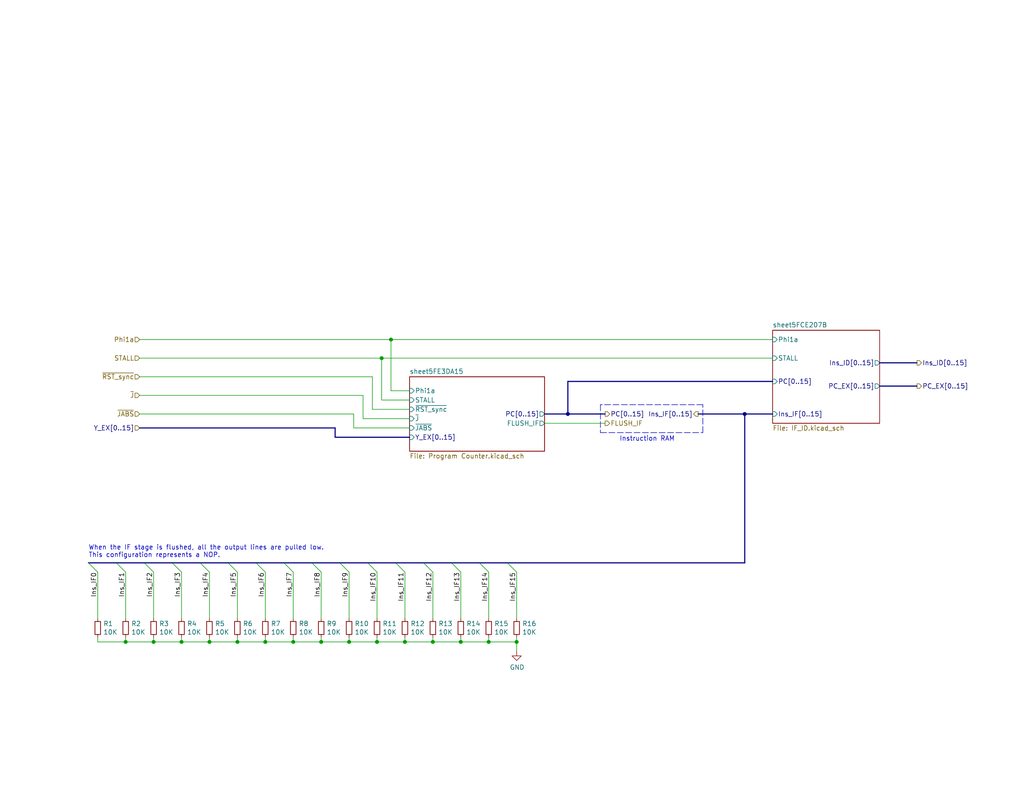
<source format=kicad_sch>
(kicad_sch (version 20250114) (generator "eeschema") (generator_version "9.0")
  (paper "USLetter")
  (title_block (title "IF") (date "2022-04-14") (rev "A"))
  (lib_symbols
    (symbol "Device:R_Small" (pin_numbers (hide yes)) (pin_names (offset 0.254) (hide yes))
      (property "Reference" "R" (at 0.762 0.508 0))
      (property "Value" "R_Small" (at 0.762 -1.016 0))
      (symbol "R_Small_0_1"
        (rectangle (start -0.762 1.778) (end 0.762 -1.778) (stroke (width 0.2032)))
      )
      (symbol "R_Small_1_1"
        (pin passive line (at 0 2.54 270) (length 0.762) (name "~") (number "1"))
        (pin passive line (at 0 -2.54 90) (length 0.762) (name "~") (number "2"))
      )
    )
    (symbol "power:GND" (power) (pin_names (offset 0))
      (property "Value" "GND" (at 0 -3.81 0))
      (symbol "GND_0_1"
        (polyline (pts (xy 0 0) (xy 0 -1.27) (xy 1.27 -1.27) (xy 0 -2.54) (xy -1.27 -1.27) (xy 0 -1.27)))
      )
      (symbol "GND_1_1"
        (pin power_in line (at 0 0 270) (length 0) (hide yes) (name "GND") (number "1"))
      )
    )
  )
  (text "Instruction RAM" (at 184.15 120.65 0) (effects (font (size 1.27 1.27)) (justify right bottom)))
  (text "When the IF stage is flushed, all the output lines are pulled low.\nThis configuration represents a NOP." (at 24.13 152.4 0) (effects (font (size 1.27 1.27)) (justify left bottom)))
  (junction (at 64.77 175.26))
  (junction (at 80.01 175.26))
  (junction (at 87.63 175.26))
  (junction (at 203.2 113.03))
  (junction (at 102.87 175.26))
  (junction (at 57.15 175.26))
  (junction (at 104.14 97.79))
  (junction (at 125.73 175.26))
  (junction (at 72.39 175.26))
  (junction (at 106.68 92.71))
  (junction (at 154.94 113.03))
  (junction (at 34.29 175.26))
  (junction (at 133.35 175.26))
  (junction (at 110.49 175.26))
  (junction (at 49.53 175.26))
  (junction (at 95.25 175.26))
  (junction (at 140.97 175.26))
  (junction (at 118.11 175.26))
  (junction (at 41.91 175.26))
  (bus_entry (at 57.15 156.21) (size -2.54 -2.54))
  (bus_entry (at 87.63 156.21) (size -2.54 -2.54))
  (bus_entry (at 140.97 156.21) (size -2.54 -2.54))
  (bus_entry (at 102.87 156.21) (size -2.54 -2.54))
  (bus_entry (at 95.25 156.21) (size -2.54 -2.54))
  (bus_entry (at 41.91 156.21) (size -2.54 -2.54))
  (bus_entry (at 80.01 156.21) (size -2.54 -2.54))
  (bus_entry (at 118.11 156.21) (size -2.54 -2.54))
  (bus_entry (at 64.77 156.21) (size -2.54 -2.54))
  (bus_entry (at 133.35 156.21) (size -2.54 -2.54))
  (bus_entry (at 125.73 156.21) (size -2.54 -2.54))
  (bus_entry (at 34.29 156.21) (size -2.54 -2.54))
  (bus_entry (at 26.67 156.21) (size -2.54 -2.54))
  (bus_entry (at 49.53 156.21) (size -2.54 -2.54))
  (bus_entry (at 110.49 156.21) (size -2.54 -2.54))
  (bus_entry (at 72.39 156.21) (size -2.54 -2.54))
  (bus (pts (xy 148.59 113.03) (xy 154.94 113.03)))
  (bus (pts (xy 107.95 153.67) (xy 115.57 153.67)))
  (wire (pts (xy 41.91 175.26) (xy 41.91 173.99)))
  (bus (pts (xy 115.57 153.67) (xy 123.19 153.67)))
  (wire (pts (xy 26.67 156.21) (xy 26.67 168.91)))
  (wire (pts (xy 106.68 92.71) (xy 210.82 92.71)))
  (wire (pts (xy 118.11 156.21) (xy 118.11 168.91)))
  (wire (pts (xy 140.97 175.26) (xy 133.35 175.26)))
  (wire (pts (xy 125.73 175.26) (xy 125.73 173.99)))
  (bus (pts (xy 92.71 153.67) (xy 100.33 153.67)))
  (polyline (pts (xy 191.77 110.49) (xy 163.83 110.49)) (stroke (width 0) (type dash)))
  (bus (pts (xy 154.94 104.14) (xy 210.82 104.14)))
  (bus (pts (xy 62.23 153.67) (xy 69.85 153.67)))
  (bus (pts (xy 77.47 153.67) (xy 85.09 153.67)))
  (wire (pts (xy 38.1 107.95) (xy 99.06 107.95)))
  (wire (pts (xy 87.63 156.21) (xy 87.63 168.91)))
  (bus (pts (xy 85.09 153.67) (xy 92.71 153.67)))
  (wire (pts (xy 49.53 175.26) (xy 49.53 173.99)))
  (wire (pts (xy 133.35 175.26) (xy 133.35 173.99)))
  (polyline (pts (xy 163.83 118.11) (xy 191.77 118.11)) (stroke (width 0) (type dash)))
  (wire (pts (xy 102.87 175.26) (xy 102.87 173.99)))
  (bus (pts (xy 250.19 105.41) (xy 240.03 105.41)))
  (bus (pts (xy 111.76 119.38) (xy 91.44 119.38)))
  (wire (pts (xy 101.6 111.76) (xy 101.6 102.87)))
  (wire (pts (xy 102.87 175.26) (xy 95.25 175.26)))
  (wire (pts (xy 148.59 115.57) (xy 165.1 115.57)))
  (wire (pts (xy 95.25 156.21) (xy 95.25 168.91)))
  (wire (pts (xy 26.67 175.26) (xy 26.67 173.99)))
  (wire (pts (xy 95.25 175.26) (xy 87.63 175.26)))
  (wire (pts (xy 110.49 156.21) (xy 110.49 168.91)))
  (wire (pts (xy 72.39 156.21) (xy 72.39 168.91)))
  (wire (pts (xy 38.1 97.79) (xy 104.14 97.79)))
  (wire (pts (xy 87.63 175.26) (xy 87.63 173.99)))
  (wire (pts (xy 210.82 97.79) (xy 104.14 97.79)))
  (wire (pts (xy 57.15 175.26) (xy 49.53 175.26)))
  (wire (pts (xy 38.1 102.87) (xy 101.6 102.87)))
  (wire (pts (xy 41.91 175.26) (xy 34.29 175.26)))
  (bus (pts (xy 123.19 153.67) (xy 130.81 153.67)))
  (bus (pts (xy 138.43 153.67) (xy 203.2 153.67)))
  (wire (pts (xy 133.35 175.26) (xy 125.73 175.26)))
  (wire (pts (xy 64.77 175.26) (xy 64.77 173.99)))
  (wire (pts (xy 118.11 175.26) (xy 118.11 173.99)))
  (wire (pts (xy 80.01 175.26) (xy 72.39 175.26)))
  (wire (pts (xy 64.77 175.26) (xy 57.15 175.26)))
  (wire (pts (xy 95.25 175.26) (xy 95.25 173.99)))
  (bus (pts (xy 203.2 113.03) (xy 210.82 113.03)))
  (wire (pts (xy 110.49 175.26) (xy 110.49 173.99)))
  (wire (pts (xy 111.76 114.3) (xy 99.06 114.3)))
  (polyline (pts (xy 163.83 110.49) (xy 163.83 118.11)) (stroke (width 0) (type dash)))
  (wire (pts (xy 57.15 156.21) (xy 57.15 168.91)))
  (bus (pts (xy 190.5 113.03) (xy 203.2 113.03)))
  (wire (pts (xy 38.1 113.03) (xy 96.52 113.03)))
  (wire (pts (xy 34.29 175.26) (xy 34.29 173.99)))
  (wire (pts (xy 80.01 175.26) (xy 80.01 173.99)))
  (wire (pts (xy 111.76 109.22) (xy 104.14 109.22)))
  (wire (pts (xy 110.49 175.26) (xy 102.87 175.26)))
  (bus (pts (xy 91.44 116.84) (xy 38.1 116.84)))
  (bus (pts (xy 46.99 153.67) (xy 54.61 153.67)))
  (wire (pts (xy 34.29 156.21) (xy 34.29 168.91)))
  (wire (pts (xy 49.53 175.26) (xy 41.91 175.26)))
  (wire (pts (xy 111.76 116.84) (xy 96.52 116.84)))
  (wire (pts (xy 64.77 156.21) (xy 64.77 168.91)))
  (polyline (pts (xy 191.77 118.11) (xy 191.77 110.49)) (stroke (width 0) (type dash)))
  (wire (pts (xy 96.52 116.84) (xy 96.52 113.03)))
  (wire (pts (xy 140.97 156.21) (xy 140.97 168.91)))
  (wire (pts (xy 140.97 175.26) (xy 140.97 173.99)))
  (wire (pts (xy 80.01 156.21) (xy 80.01 168.91)))
  (wire (pts (xy 111.76 111.76) (xy 101.6 111.76)))
  (wire (pts (xy 72.39 175.26) (xy 72.39 173.99)))
  (wire (pts (xy 111.76 106.68) (xy 106.68 106.68)))
  (wire (pts (xy 72.39 175.26) (xy 64.77 175.26)))
  (bus (pts (xy 54.61 153.67) (xy 62.23 153.67)))
  (wire (pts (xy 38.1 92.71) (xy 106.68 92.71)))
  (bus (pts (xy 203.2 153.67) (xy 203.2 113.03)))
  (wire (pts (xy 125.73 175.26) (xy 118.11 175.26)))
  (bus (pts (xy 240.03 99.06) (xy 250.19 99.06)))
  (wire (pts (xy 102.87 156.21) (xy 102.87 168.91)))
  (wire (pts (xy 87.63 175.26) (xy 80.01 175.26)))
  (bus (pts (xy 91.44 119.38) (xy 91.44 116.84)))
  (bus (pts (xy 69.85 153.67) (xy 77.47 153.67)))
  (wire (pts (xy 57.15 175.26) (xy 57.15 173.99)))
  (bus (pts (xy 130.81 153.67) (xy 138.43 153.67)))
  (wire (pts (xy 125.73 156.21) (xy 125.73 168.91)))
  (wire (pts (xy 99.06 114.3) (xy 99.06 107.95)))
  (wire (pts (xy 133.35 156.21) (xy 133.35 168.91)))
  (wire (pts (xy 41.91 156.21) (xy 41.91 168.91)))
  (bus (pts (xy 100.33 153.67) (xy 107.95 153.67)))
  (bus (pts (xy 24.13 153.67) (xy 31.75 153.67)))
  (bus (pts (xy 165.1 113.03) (xy 154.94 113.03)))
  (wire (pts (xy 140.97 177.8) (xy 140.97 175.26)))
  (bus (pts (xy 39.37 153.67) (xy 46.99 153.67)))
  (wire (pts (xy 34.29 175.26) (xy 26.67 175.26)))
  (bus (pts (xy 31.75 153.67) (xy 39.37 153.67)))
  (wire (pts (xy 49.53 156.21) (xy 49.53 168.91)))
  (wire (pts (xy 104.14 97.79) (xy 104.14 109.22)))
  (bus (pts (xy 154.94 113.03) (xy 154.94 104.14)))
  (wire (pts (xy 118.11 175.26) (xy 110.49 175.26)))
  (wire (pts (xy 106.68 92.71) (xy 106.68 106.68)))
  (label "Ins_IF11" (at 110.49 156.21 270))
  (label "Ins_IF13" (at 125.73 156.21 270))
  (label "Ins_IF6" (at 72.39 156.21 270))
  (label "Ins_IF12" (at 118.11 156.21 270))
  (label "Ins_IF14" (at 133.35 156.21 270))
  (label "Ins_IF1" (at 34.29 156.21 270))
  (label "Ins_IF10" (at 102.87 156.21 270))
  (label "Ins_IF5" (at 64.77 156.21 270))
  (label "Ins_IF0" (at 26.67 156.21 270))
  (label "Ins_IF8" (at 87.63 156.21 270))
  (label "Ins_IF9" (at 95.25 156.21 270))
  (label "Ins_IF7" (at 80.01 156.21 270))
  (label "Ins_IF3" (at 49.53 156.21 270))
  (label "Ins_IF15" (at 140.97 156.21 270))
  (label "Ins_IF2" (at 41.91 156.21 270))
  (label "Ins_IF4" (at 57.15 156.21 270))
  (hierarchical_label "Phi1a" (shape input) (at 38.1 92.71 180))
  (hierarchical_label "~{RST_sync}" (shape input) (at 38.1 102.87 180))
  (hierarchical_label "~{J}" (shape input) (at 38.1 107.95 180))
  (hierarchical_label "Ins_IF[0..15]" (shape output) (at 190.5 113.03 180))
  (hierarchical_label "PC[0..15]" (shape output) (at 165.1 113.03 0))
  (hierarchical_label "STALL" (shape input) (at 38.1 97.79 180))
  (hierarchical_label "PC_EX[0..15]" (shape output) (at 250.19 105.41 0))
  (hierarchical_label "Y_EX[0..15]" (shape input) (at 38.1 116.84 180))
  (hierarchical_label "~{JABS}" (shape input) (at 38.1 113.03 180))
  (hierarchical_label "Ins_ID[0..15]" (shape output) (at 250.19 99.06 0))
  (hierarchical_label "FLUSH_IF" (shape output) (at 165.1 115.57 0))
  (symbol (lib_id "Device:R_Small") (at 133.35 171.45 0) (unit 1)
    (property "Reference" "R15" (at 134.8486 170.2816 0) (effects (justify left)))
    (property "Value" "10K" (at 134.8486 172.593 0) (effects (justify left)))
    (property "Footprint" "Resistor_SMD:R_0603_1608Metric_Pad0.98x0.95mm_HandSolder" (effects (hide yes)))
    (property "Mouser" "https://www.mouser.com/ProductDetail/652-CR0603FX-1002ELF" (effects (hide yes)))
  )
  (symbol (lib_id "Device:R_Small") (at 64.77 171.45 0) (unit 1)
    (property "Reference" "R6" (at 66.2686 170.2816 0) (effects (justify left)))
    (property "Value" "10K" (at 66.2686 172.593 0) (effects (justify left)))
    (property "Footprint" "Resistor_SMD:R_0603_1608Metric_Pad0.98x0.95mm_HandSolder" (effects (hide yes)))
    (property "Mouser" "https://www.mouser.com/ProductDetail/652-CR0603FX-1002ELF" (effects (hide yes)))
  )
  (symbol (lib_id "Device:R_Small") (at 110.49 171.45 0) (unit 1)
    (property "Reference" "R12" (at 111.9886 170.2816 0) (effects (justify left)))
    (property "Value" "10K" (at 111.9886 172.593 0) (effects (justify left)))
    (property "Footprint" "Resistor_SMD:R_0603_1608Metric_Pad0.98x0.95mm_HandSolder" (effects (hide yes)))
    (property "Mouser" "https://www.mouser.com/ProductDetail/652-CR0603FX-1002ELF" (effects (hide yes)))
  )
  (symbol (lib_id "Device:R_Small") (at 95.25 171.45 0) (unit 1)
    (property "Reference" "R10" (at 96.7486 170.2816 0) (effects (justify left)))
    (property "Value" "10K" (at 96.7486 172.593 0) (effects (justify left)))
    (property "Footprint" "Resistor_SMD:R_0603_1608Metric_Pad0.98x0.95mm_HandSolder" (effects (hide yes)))
    (property "Mouser" "https://www.mouser.com/ProductDetail/652-CR0603FX-1002ELF" (effects (hide yes)))
  )
  (symbol (lib_id "Device:R_Small") (at 118.11 171.45 0) (unit 1)
    (property "Reference" "R13" (at 119.6086 170.2816 0) (effects (justify left)))
    (property "Value" "10K" (at 119.6086 172.593 0) (effects (justify left)))
    (property "Footprint" "Resistor_SMD:R_0603_1608Metric_Pad0.98x0.95mm_HandSolder" (effects (hide yes)))
    (property "Mouser" "https://www.mouser.com/ProductDetail/652-CR0603FX-1002ELF" (effects (hide yes)))
  )
  (symbol (lib_id "Device:R_Small") (at 87.63 171.45 0) (unit 1)
    (property "Reference" "R9" (at 89.1286 170.2816 0) (effects (justify left)))
    (property "Value" "10K" (at 89.1286 172.593 0) (effects (justify left)))
    (property "Footprint" "Resistor_SMD:R_0603_1608Metric_Pad0.98x0.95mm_HandSolder" (effects (hide yes)))
    (property "Mouser" "https://www.mouser.com/ProductDetail/652-CR0603FX-1002ELF" (effects (hide yes)))
  )
  (symbol (lib_id "Device:R_Small") (at 57.15 171.45 0) (unit 1)
    (property "Reference" "R5" (at 58.6486 170.2816 0) (effects (justify left)))
    (property "Value" "10K" (at 58.6486 172.593 0) (effects (justify left)))
    (property "Footprint" "Resistor_SMD:R_0603_1608Metric_Pad0.98x0.95mm_HandSolder" (effects (hide yes)))
    (property "Mouser" "https://www.mouser.com/ProductDetail/652-CR0603FX-1002ELF" (effects (hide yes)))
  )
  (symbol (lib_id "Device:R_Small") (at 102.87 171.45 0) (unit 1)
    (property "Reference" "R11" (at 104.3686 170.2816 0) (effects (justify left)))
    (property "Value" "10K" (at 104.3686 172.593 0) (effects (justify left)))
    (property "Footprint" "Resistor_SMD:R_0603_1608Metric_Pad0.98x0.95mm_HandSolder" (effects (hide yes)))
    (property "Mouser" "https://www.mouser.com/ProductDetail/652-CR0603FX-1002ELF" (effects (hide yes)))
  )
  (symbol (lib_id "Device:R_Small") (at 41.91 171.45 0) (unit 1)
    (property "Reference" "R3" (at 43.4086 170.2816 0) (effects (justify left)))
    (property "Value" "10K" (at 43.4086 172.593 0) (effects (justify left)))
    (property "Footprint" "Resistor_SMD:R_0603_1608Metric_Pad0.98x0.95mm_HandSolder" (effects (hide yes)))
    (property "Mouser" "https://www.mouser.com/ProductDetail/652-CR0603FX-1002ELF" (effects (hide yes)))
  )
  (symbol (lib_id "Device:R_Small") (at 72.39 171.45 0) (unit 1)
    (property "Reference" "R7" (at 73.8886 170.2816 0) (effects (justify left)))
    (property "Value" "10K" (at 73.8886 172.593 0) (effects (justify left)))
    (property "Footprint" "Resistor_SMD:R_0603_1608Metric_Pad0.98x0.95mm_HandSolder" (effects (hide yes)))
    (property "Mouser" "https://www.mouser.com/ProductDetail/652-CR0603FX-1002ELF" (effects (hide yes)))
  )
  (symbol (lib_id "Device:R_Small") (at 49.53 171.45 0) (unit 1)
    (property "Reference" "R4" (at 51.0286 170.2816 0) (effects (justify left)))
    (property "Value" "10K" (at 51.0286 172.593 0) (effects (justify left)))
    (property "Footprint" "Resistor_SMD:R_0603_1608Metric_Pad0.98x0.95mm_HandSolder" (effects (hide yes)))
    (property "Mouser" "https://www.mouser.com/ProductDetail/652-CR0603FX-1002ELF" (effects (hide yes)))
  )
  (symbol (lib_id "Device:R_Small") (at 34.29 171.45 0) (unit 1)
    (property "Reference" "R2" (at 35.7886 170.2816 0) (effects (justify left)))
    (property "Value" "10K" (at 35.7886 172.593 0) (effects (justify left)))
    (property "Footprint" "Resistor_SMD:R_0603_1608Metric_Pad0.98x0.95mm_HandSolder" (effects (hide yes)))
    (property "Mouser" "https://www.mouser.com/ProductDetail/652-CR0603FX-1002ELF" (effects (hide yes)))
  )
  (symbol (lib_id "power:GND") (at 140.97 177.8 0) (unit 1)
    (property "Reference" "#PWR09" (effects (hide yes)))
    (property "Value" "GND" (at 141.097 182.1942 0))
  )
  (symbol (lib_id "Device:R_Small") (at 80.01 171.45 0) (unit 1)
    (property "Reference" "R8" (at 81.5086 170.2816 0) (effects (justify left)))
    (property "Value" "10K" (at 81.5086 172.593 0) (effects (justify left)))
    (property "Footprint" "Resistor_SMD:R_0603_1608Metric_Pad0.98x0.95mm_HandSolder" (effects (hide yes)))
    (property "Mouser" "https://www.mouser.com/ProductDetail/652-CR0603FX-1002ELF" (effects (hide yes)))
  )
  (symbol (lib_id "Device:R_Small") (at 125.73 171.45 0) (unit 1)
    (property "Reference" "R14" (at 127.2286 170.2816 0) (effects (justify left)))
    (property "Value" "10K" (at 127.2286 172.593 0) (effects (justify left)))
    (property "Footprint" "Resistor_SMD:R_0603_1608Metric_Pad0.98x0.95mm_HandSolder" (effects (hide yes)))
    (property "Mouser" "https://www.mouser.com/ProductDetail/652-CR0603FX-1002ELF" (effects (hide yes)))
  )
  (symbol (lib_id "Device:R_Small") (at 26.67 171.45 0) (unit 1)
    (property "Reference" "R1" (at 28.1686 170.2816 0) (effects (justify left)))
    (property "Value" "10K" (at 28.1686 172.593 0) (effects (justify left)))
    (property "Footprint" "Resistor_SMD:R_0603_1608Metric_Pad0.98x0.95mm_HandSolder" (effects (hide yes)))
    (property "Mouser" "https://www.mouser.com/ProductDetail/652-CR0603FX-1002ELF" (effects (hide yes)))
  )
  (symbol (lib_id "Device:R_Small") (at 140.97 171.45 0) (unit 1)
    (property "Reference" "R16" (at 142.4686 170.2816 0) (effects (justify left)))
    (property "Value" "10K" (at 142.4686 172.593 0) (effects (justify left)))
    (property "Footprint" "Resistor_SMD:R_0603_1608Metric_Pad0.98x0.95mm_HandSolder" (effects (hide yes)))
    (property "Mouser" "https://www.mouser.com/ProductDetail/652-CR0603FX-1002ELF" (effects (hide yes)))
  )
  (sheet (at 210.82 90.17) (size 29.21 25.4)
    (property "Sheetname" "sheet5FCE207B" (at 210.82 89.4584 0) (effects (justify left bottom)))
    (property "Sheetfile" "IF_ID.kicad_sch" (at 210.82 116.1546 0) (effects (justify left top)))
    (pin "PC[0..15]" input (at 210.82 104.14 180))
    (pin "PC_EX[0..15]" output (at 240.03 105.41 0))
    (pin "Ins_IF[0..15]" input (at 210.82 113.03 180))
    (pin "Ins_ID[0..15]" output (at 240.03 99.06 0))
    (pin "STALL" input (at 210.82 97.79 180))
    (pin "Phi1a" input (at 210.82 92.71 180))
  )
  (sheet (at 111.76 102.87) (size 36.83 20.32)
    (property "Sheetname" "sheet5FE3DA15" (at 111.76 102.1584 0) (effects (justify left bottom)))
    (property "Sheetfile" "Program Counter.kicad_sch" (at 111.76 123.7746 0) (effects (justify left top)))
    (pin "~{RST_sync}" input (at 111.76 111.76 180))
    (pin "~{J}" input (at 111.76 114.3 180))
    (pin "PC[0..15]" output (at 148.59 113.03 0))
    (pin "Y_EX[0..15]" input (at 111.76 119.38 180))
    (pin "~{JABS}" input (at 111.76 116.84 180))
    (pin "STALL" input (at 111.76 109.22 180))
    (pin "FLUSH_IF" output (at 148.59 115.57 0))
    (pin "Phi1a" input (at 111.76 106.68 180))
  )
)
</source>
